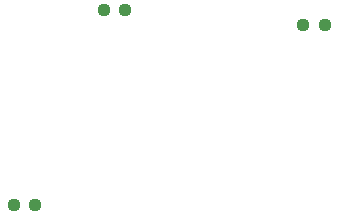
<source format=gbr>
%TF.GenerationSoftware,KiCad,Pcbnew,(6.0.7)*%
%TF.CreationDate,2022-11-27T11:05:52+01:00*%
%TF.ProjectId,RF24_esp8266_tft,52463234-5f65-4737-9038-3236365f7466,rev?*%
%TF.SameCoordinates,Original*%
%TF.FileFunction,Paste,Top*%
%TF.FilePolarity,Positive*%
%FSLAX46Y46*%
G04 Gerber Fmt 4.6, Leading zero omitted, Abs format (unit mm)*
G04 Created by KiCad (PCBNEW (6.0.7)) date 2022-11-27 11:05:52*
%MOMM*%
%LPD*%
G01*
G04 APERTURE LIST*
G04 Aperture macros list*
%AMRoundRect*
0 Rectangle with rounded corners*
0 $1 Rounding radius*
0 $2 $3 $4 $5 $6 $7 $8 $9 X,Y pos of 4 corners*
0 Add a 4 corners polygon primitive as box body*
4,1,4,$2,$3,$4,$5,$6,$7,$8,$9,$2,$3,0*
0 Add four circle primitives for the rounded corners*
1,1,$1+$1,$2,$3*
1,1,$1+$1,$4,$5*
1,1,$1+$1,$6,$7*
1,1,$1+$1,$8,$9*
0 Add four rect primitives between the rounded corners*
20,1,$1+$1,$2,$3,$4,$5,0*
20,1,$1+$1,$4,$5,$6,$7,0*
20,1,$1+$1,$6,$7,$8,$9,0*
20,1,$1+$1,$8,$9,$2,$3,0*%
G04 Aperture macros list end*
%ADD10RoundRect,0.237500X0.250000X0.237500X-0.250000X0.237500X-0.250000X-0.237500X0.250000X-0.237500X0*%
%ADD11RoundRect,0.237500X-0.250000X-0.237500X0.250000X-0.237500X0.250000X0.237500X-0.250000X0.237500X0*%
G04 APERTURE END LIST*
D10*
%TO.C,R3*%
X143152500Y-109220000D03*
X141327500Y-109220000D03*
%TD*%
D11*
%TO.C,R2*%
X165815000Y-93980000D03*
X167640000Y-93980000D03*
%TD*%
D10*
%TO.C,R1*%
X150772500Y-92710000D03*
X148947500Y-92710000D03*
%TD*%
M02*

</source>
